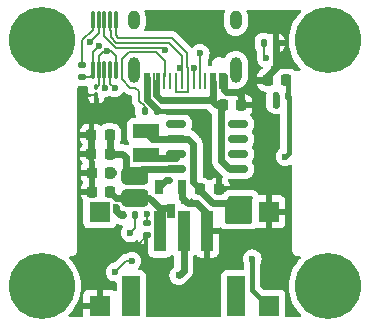
<source format=gtl>
G04 #@! TF.GenerationSoftware,KiCad,Pcbnew,7.0.1-0*
G04 #@! TF.CreationDate,2023-11-28T20:23:29+01:00*
G04 #@! TF.ProjectId,Smart_Lamps,536d6172-745f-44c6-916d-70732e6b6963,rev?*
G04 #@! TF.SameCoordinates,Original*
G04 #@! TF.FileFunction,Copper,L1,Top*
G04 #@! TF.FilePolarity,Positive*
%FSLAX46Y46*%
G04 Gerber Fmt 4.6, Leading zero omitted, Abs format (unit mm)*
G04 Created by KiCad (PCBNEW 7.0.1-0) date 2023-11-28 20:23:29*
%MOMM*%
%LPD*%
G01*
G04 APERTURE LIST*
G04 Aperture macros list*
%AMRoundRect*
0 Rectangle with rounded corners*
0 $1 Rounding radius*
0 $2 $3 $4 $5 $6 $7 $8 $9 X,Y pos of 4 corners*
0 Add a 4 corners polygon primitive as box body*
4,1,4,$2,$3,$4,$5,$6,$7,$8,$9,$2,$3,0*
0 Add four circle primitives for the rounded corners*
1,1,$1+$1,$2,$3*
1,1,$1+$1,$4,$5*
1,1,$1+$1,$6,$7*
1,1,$1+$1,$8,$9*
0 Add four rect primitives between the rounded corners*
20,1,$1+$1,$2,$3,$4,$5,0*
20,1,$1+$1,$4,$5,$6,$7,0*
20,1,$1+$1,$6,$7,$8,$9,0*
20,1,$1+$1,$8,$9,$2,$3,0*%
G04 Aperture macros list end*
G04 #@! TA.AperFunction,SMDPad,CuDef*
%ADD10O,0.280000X1.620000*%
G04 #@! TD*
G04 #@! TA.AperFunction,SMDPad,CuDef*
%ADD11RoundRect,0.150000X0.675000X0.150000X-0.675000X0.150000X-0.675000X-0.150000X0.675000X-0.150000X0*%
G04 #@! TD*
G04 #@! TA.AperFunction,SMDPad,CuDef*
%ADD12RoundRect,0.225000X-0.225000X-0.250000X0.225000X-0.250000X0.225000X0.250000X-0.225000X0.250000X0*%
G04 #@! TD*
G04 #@! TA.AperFunction,SMDPad,CuDef*
%ADD13RoundRect,0.135000X-0.135000X-0.185000X0.135000X-0.185000X0.135000X0.185000X-0.135000X0.185000X0*%
G04 #@! TD*
G04 #@! TA.AperFunction,SMDPad,CuDef*
%ADD14R,0.700000X1.250000*%
G04 #@! TD*
G04 #@! TA.AperFunction,SMDPad,CuDef*
%ADD15R,1.800000X1.800000*%
G04 #@! TD*
G04 #@! TA.AperFunction,SMDPad,CuDef*
%ADD16RoundRect,0.225000X0.225000X0.250000X-0.225000X0.250000X-0.225000X-0.250000X0.225000X-0.250000X0*%
G04 #@! TD*
G04 #@! TA.AperFunction,SMDPad,CuDef*
%ADD17RoundRect,0.135000X0.185000X-0.135000X0.185000X0.135000X-0.185000X0.135000X-0.185000X-0.135000X0*%
G04 #@! TD*
G04 #@! TA.AperFunction,SMDPad,CuDef*
%ADD18RoundRect,0.100000X0.100000X-0.130000X0.100000X0.130000X-0.100000X0.130000X-0.100000X-0.130000X0*%
G04 #@! TD*
G04 #@! TA.AperFunction,SMDPad,CuDef*
%ADD19RoundRect,0.135000X0.135000X0.185000X-0.135000X0.185000X-0.135000X-0.185000X0.135000X-0.185000X0*%
G04 #@! TD*
G04 #@! TA.AperFunction,SMDPad,CuDef*
%ADD20RoundRect,0.135000X-0.185000X0.135000X-0.185000X-0.135000X0.185000X-0.135000X0.185000X0.135000X0*%
G04 #@! TD*
G04 #@! TA.AperFunction,SMDPad,CuDef*
%ADD21R,2.200000X1.200000*%
G04 #@! TD*
G04 #@! TA.AperFunction,ComponentPad*
%ADD22C,3.600000*%
G04 #@! TD*
G04 #@! TA.AperFunction,ConnectorPad*
%ADD23C,5.600000*%
G04 #@! TD*
G04 #@! TA.AperFunction,SMDPad,CuDef*
%ADD24RoundRect,0.381000X-0.762000X-0.381000X0.762000X-0.381000X0.762000X0.381000X-0.762000X0.381000X0*%
G04 #@! TD*
G04 #@! TA.AperFunction,SMDPad,CuDef*
%ADD25R,0.250000X1.450000*%
G04 #@! TD*
G04 #@! TA.AperFunction,SMDPad,CuDef*
%ADD26R,0.300000X1.450000*%
G04 #@! TD*
G04 #@! TA.AperFunction,ComponentPad*
%ADD27RoundRect,0.500000X0.000000X0.600000X0.000000X0.600000X0.000000X-0.600000X0.000000X-0.600000X0*%
G04 #@! TD*
G04 #@! TA.AperFunction,ComponentPad*
%ADD28RoundRect,0.500000X0.000000X0.300000X0.000000X0.300000X0.000000X-0.300000X0.000000X-0.300000X0*%
G04 #@! TD*
G04 #@! TA.AperFunction,SMDPad,CuDef*
%ADD29R,1.500000X3.400000*%
G04 #@! TD*
G04 #@! TA.AperFunction,SMDPad,CuDef*
%ADD30R,1.000000X3.500000*%
G04 #@! TD*
G04 #@! TA.AperFunction,ViaPad*
%ADD31C,0.600000*%
G04 #@! TD*
G04 #@! TA.AperFunction,Conductor*
%ADD32C,0.600000*%
G04 #@! TD*
G04 #@! TA.AperFunction,Conductor*
%ADD33C,0.200000*%
G04 #@! TD*
G04 #@! TA.AperFunction,Conductor*
%ADD34C,0.400000*%
G04 #@! TD*
G04 #@! TA.AperFunction,Conductor*
%ADD35C,0.152400*%
G04 #@! TD*
G04 #@! TA.AperFunction,Conductor*
%ADD36C,0.127000*%
G04 #@! TD*
G04 APERTURE END LIST*
D10*
X132400000Y-102390000D03*
X131900000Y-102390000D03*
X131400000Y-102390000D03*
X130900000Y-102390000D03*
X130400000Y-102390000D03*
X130400000Y-106610000D03*
X130900000Y-106610000D03*
X131400000Y-106610000D03*
X131900000Y-106610000D03*
X132400000Y-106610000D03*
D11*
X142725000Y-115005000D03*
X142725000Y-113735000D03*
X142725000Y-112465000D03*
X142725000Y-111195000D03*
X137475000Y-111195000D03*
X137475000Y-112465000D03*
X137475000Y-113735000D03*
X137475000Y-115005000D03*
D12*
X130300000Y-113700000D03*
X131850000Y-113700000D03*
D13*
X145900000Y-108800000D03*
X146920000Y-108800000D03*
D14*
X137950000Y-116500000D03*
X136050000Y-116500000D03*
X137000000Y-118500000D03*
D15*
X145300000Y-126600000D03*
X145300000Y-118600000D03*
D16*
X141075000Y-116700000D03*
X139525000Y-116700000D03*
D17*
X129500000Y-107210000D03*
X129500000Y-106190000D03*
D18*
X130700000Y-108720000D03*
X130700000Y-108080000D03*
D19*
X145900000Y-104300000D03*
X144880000Y-104300000D03*
D20*
X135000000Y-119590000D03*
X135000000Y-120610000D03*
D21*
X134900000Y-113830000D03*
X134900000Y-111770000D03*
D22*
X150300000Y-124900000D03*
D23*
X150300000Y-124900000D03*
D22*
X126100000Y-124900000D03*
D23*
X126100000Y-124900000D03*
D22*
X126100000Y-104100000D03*
D23*
X126100000Y-104100000D03*
D19*
X134010000Y-118900000D03*
X132990000Y-118900000D03*
D24*
X134000000Y-115600000D03*
X134000000Y-117400000D03*
D16*
X142975000Y-109600000D03*
X141425000Y-109600000D03*
D15*
X131000000Y-118600000D03*
X131000000Y-126600000D03*
D12*
X130300000Y-112100000D03*
X131850000Y-112100000D03*
X145250000Y-107450000D03*
X146800000Y-107450000D03*
D19*
X135810000Y-110100000D03*
X134790000Y-110100000D03*
D25*
X141575000Y-107500000D03*
X140775000Y-107500000D03*
X139450000Y-107500000D03*
X138450000Y-107500000D03*
X137950000Y-107500000D03*
X136950000Y-107500000D03*
X135625000Y-107500000D03*
X134825000Y-107500000D03*
D26*
X135100000Y-107500000D03*
X135900000Y-107500000D03*
D25*
X136450000Y-107500000D03*
X137450000Y-107500000D03*
X138950000Y-107500000D03*
X139950000Y-107500000D03*
D26*
X140500000Y-107500000D03*
X141300000Y-107500000D03*
D27*
X142520000Y-106580000D03*
D28*
X142520000Y-102400000D03*
D27*
X133880000Y-106580000D03*
D28*
X133880000Y-102400000D03*
D22*
X150300000Y-104100000D03*
D23*
X150300000Y-104100000D03*
D12*
X130325000Y-115300000D03*
X131875000Y-115300000D03*
D29*
X142530000Y-125770000D03*
X133670000Y-125770000D03*
D30*
X136100000Y-120230000D03*
X138100000Y-120230000D03*
X140100000Y-120230000D03*
D12*
X130350000Y-116900000D03*
X131900000Y-116900000D03*
D31*
X133600000Y-120400000D03*
X137700000Y-124000000D03*
X130200000Y-104200000D03*
X131000000Y-118600000D03*
X130900000Y-104600000D03*
X143900000Y-122600000D03*
X131600000Y-105000000D03*
X145900000Y-109550000D03*
X132176500Y-115305869D03*
X136900000Y-115900000D03*
X132400000Y-118200000D03*
X131450000Y-108100000D03*
X132250000Y-108100000D03*
X139000000Y-106400000D03*
X137800000Y-106400000D03*
X136500000Y-104900000D03*
X131000000Y-126600000D03*
X138800000Y-103800000D03*
X140100000Y-123300000D03*
X146700000Y-113926502D03*
X135000000Y-118800000D03*
X133713714Y-122786286D03*
X132300000Y-123700000D03*
X139500000Y-105200000D03*
X145100000Y-105600000D03*
D32*
X136800000Y-118300000D02*
X136100000Y-118300000D01*
X137000000Y-118500000D02*
X136800000Y-118300000D01*
X145900000Y-109550000D02*
X145900000Y-108800000D01*
D33*
X145100000Y-105600000D02*
X144880000Y-105380000D01*
X144880000Y-105380000D02*
X144880000Y-104300000D01*
D32*
X140600000Y-117900000D02*
X142000000Y-117900000D01*
X139525000Y-116825000D02*
X140600000Y-117900000D01*
X138500000Y-112465000D02*
X138900000Y-112865000D01*
X139525000Y-116700000D02*
X139525000Y-116825000D01*
X134900000Y-111770000D02*
X134900000Y-111965000D01*
X138900000Y-112865000D02*
X138900000Y-116075000D01*
X134900000Y-111965000D02*
X135400000Y-112465000D01*
X135400000Y-112465000D02*
X138500000Y-112465000D01*
X138900000Y-116075000D02*
X139525000Y-116700000D01*
D33*
X134010000Y-119990000D02*
X133600000Y-120400000D01*
D32*
X137700000Y-124000000D02*
X138100000Y-123600000D01*
X138100000Y-123600000D02*
X138100000Y-120360000D01*
D33*
X134010000Y-118900000D02*
X134010000Y-119990000D01*
X130900000Y-103500000D02*
X130900000Y-102390000D01*
X130200000Y-104200000D02*
X130900000Y-103500000D01*
D34*
X143900000Y-122600000D02*
X143900000Y-125200000D01*
D33*
X130200000Y-107200000D02*
X129510000Y-107200000D01*
X130400000Y-105100000D02*
X130400000Y-106610000D01*
X130900000Y-104600000D02*
X130400000Y-105100000D01*
X129510000Y-107200000D02*
X129500000Y-107210000D01*
D34*
X143900000Y-125200000D02*
X145300000Y-126600000D01*
D33*
X130400000Y-106610000D02*
X130400000Y-107000000D01*
X130400000Y-107000000D02*
X130200000Y-107200000D01*
D32*
X140600000Y-109300000D02*
X140600000Y-108800000D01*
X142725000Y-115005000D02*
X142005000Y-115005000D01*
X141425000Y-109600000D02*
X140900000Y-109600000D01*
X142005000Y-115005000D02*
X141300000Y-114300000D01*
X140900000Y-109600000D02*
X140600000Y-109300000D01*
X135800000Y-108700000D02*
X135800000Y-107700000D01*
X140600000Y-108800000D02*
X140600000Y-107600000D01*
X140300000Y-109100000D02*
X136200000Y-109100000D01*
X136200000Y-109100000D02*
X135800000Y-108700000D01*
X141300000Y-109725000D02*
X141425000Y-109600000D01*
X140600000Y-108800000D02*
X140300000Y-109100000D01*
X141300000Y-114300000D02*
X141300000Y-109725000D01*
X135100000Y-114030000D02*
X134900000Y-113830000D01*
X137475000Y-114030000D02*
X135100000Y-114030000D01*
D33*
X131350000Y-105000000D02*
X130900000Y-105450000D01*
X132400000Y-105450000D02*
X131950000Y-105000000D01*
X130900000Y-107880000D02*
X130900000Y-106610000D01*
X131600000Y-105000000D02*
X131350000Y-105000000D01*
D32*
X136900000Y-115900000D02*
X136650000Y-115900000D01*
X136650000Y-115900000D02*
X136050000Y-116500000D01*
D33*
X132400000Y-106610000D02*
X132400000Y-105450000D01*
D32*
X132990000Y-118900000D02*
X132800000Y-118900000D01*
X132800000Y-118900000D02*
X132400000Y-118500000D01*
X132400000Y-118500000D02*
X132400000Y-118200000D01*
D33*
X130700000Y-108080000D02*
X130900000Y-107880000D01*
X131950000Y-105000000D02*
X131600000Y-105000000D01*
X130900000Y-105450000D02*
X130900000Y-106610000D01*
X131400000Y-106610000D02*
X131400000Y-108050000D01*
X131400000Y-108050000D02*
X131450000Y-108100000D01*
X131900000Y-107750000D02*
X132250000Y-108100000D01*
X131900000Y-106610000D02*
X131900000Y-107750000D01*
X137500000Y-108500000D02*
X138400000Y-108500000D01*
D35*
X132400000Y-103200000D02*
X132353200Y-103246800D01*
D33*
X137450000Y-107500000D02*
X137450000Y-108450000D01*
D35*
X132400000Y-102390000D02*
X132400000Y-103200000D01*
D33*
X138400000Y-108500000D02*
X138450000Y-108450000D01*
D35*
X138403200Y-106365699D02*
X138450000Y-106412499D01*
D33*
X138450000Y-108450000D02*
X138450000Y-107500000D01*
D35*
X132353200Y-103665830D02*
X132584170Y-103896800D01*
X132584170Y-103896800D02*
X137096800Y-103896800D01*
X138403200Y-105203200D02*
X138403200Y-106365699D01*
X132353200Y-103246800D02*
X132353200Y-103665830D01*
X138450000Y-106412499D02*
X138450000Y-107500000D01*
D33*
X137450000Y-108450000D02*
X137500000Y-108500000D01*
D35*
X137096800Y-103896800D02*
X138403200Y-105203200D01*
X137950000Y-107500000D02*
X137950000Y-106412499D01*
D33*
X138950000Y-107500000D02*
X138950000Y-106450000D01*
D35*
X131946800Y-103246800D02*
X131946800Y-103834170D01*
X131946800Y-103834170D02*
X132415830Y-104303200D01*
D33*
X137950000Y-106550000D02*
X137950000Y-107500000D01*
D35*
X131900000Y-102390000D02*
X131900000Y-103200000D01*
D33*
X137800000Y-106400000D02*
X137950000Y-106550000D01*
D35*
X137950000Y-106412499D02*
X137996800Y-106365699D01*
D33*
X138950000Y-106450000D02*
X139000000Y-106400000D01*
D35*
X136881068Y-104303200D02*
X137996800Y-105418932D01*
X132415830Y-104303200D02*
X136881068Y-104303200D01*
X131900000Y-103200000D02*
X131946800Y-103246800D01*
X137996800Y-106365699D02*
X137996800Y-105418932D01*
D33*
X133000000Y-121400000D02*
X134210000Y-121400000D01*
D32*
X135810000Y-109910000D02*
X135000000Y-109100000D01*
X145900000Y-106400000D02*
X145900000Y-104300000D01*
X138500000Y-117900000D02*
X139200000Y-117900000D01*
D33*
X138800000Y-103800000D02*
X138900000Y-103900000D01*
X134210000Y-121400000D02*
X135000000Y-120610000D01*
X131000000Y-123400000D02*
X133000000Y-121400000D01*
D32*
X141700000Y-108500000D02*
X141500000Y-108300000D01*
X141500000Y-108300000D02*
X141500000Y-107100000D01*
X135810000Y-110100000D02*
X135810000Y-109910000D01*
D33*
X132383840Y-104700000D02*
X131400000Y-103716160D01*
X136300000Y-104700000D02*
X132383840Y-104700000D01*
D32*
X142975000Y-108825000D02*
X142650000Y-108500000D01*
X142975000Y-109600000D02*
X142975000Y-108825000D01*
X143950000Y-107450000D02*
X145250000Y-107450000D01*
D33*
X129980000Y-108720000D02*
X129900000Y-108800000D01*
D32*
X138000000Y-116600000D02*
X138000000Y-117400000D01*
X145250000Y-107450000D02*
X145250000Y-107050000D01*
D33*
X130700000Y-108720000D02*
X129980000Y-108720000D01*
X131000000Y-126600000D02*
X131000000Y-123400000D01*
D32*
X142650000Y-108500000D02*
X141700000Y-108500000D01*
X142975000Y-109600000D02*
X142975000Y-109275000D01*
X145250000Y-107050000D02*
X145900000Y-106400000D01*
X142975000Y-108425000D02*
X143950000Y-107450000D01*
X130300000Y-112100000D02*
X130300000Y-113700000D01*
X139200000Y-117900000D02*
X140100000Y-118800000D01*
X142975000Y-108825000D02*
X142975000Y-108425000D01*
D33*
X136500000Y-104900000D02*
X136300000Y-104700000D01*
D32*
X142975000Y-109600000D02*
X142975000Y-109675000D01*
X135000000Y-109100000D02*
X135000000Y-107300000D01*
X140100000Y-120300000D02*
X140100000Y-120360000D01*
X143100000Y-109600000D02*
X142975000Y-109600000D01*
X140100000Y-118800000D02*
X140100000Y-120230000D01*
X138000000Y-117400000D02*
X138500000Y-117900000D01*
D33*
X131400000Y-103716160D02*
X131400000Y-102390000D01*
D34*
X146920000Y-107570000D02*
X146800000Y-107450000D01*
X147000500Y-108880500D02*
X146920000Y-108800000D01*
X146700000Y-113926502D02*
X147000500Y-113626002D01*
X146920000Y-108800000D02*
X146920000Y-107570000D01*
X147000500Y-113626002D02*
X147000500Y-108880500D01*
D33*
X133213714Y-122786286D02*
X132300000Y-123700000D01*
X135000000Y-119590000D02*
X135000000Y-118800000D01*
X133713714Y-122786286D02*
X133213714Y-122786286D01*
X139527000Y-105227000D02*
X139527000Y-107423000D01*
D36*
X139500000Y-107450000D02*
X139450000Y-107500000D01*
D33*
X139500000Y-105200000D02*
X139527000Y-105227000D01*
X139527000Y-107423000D02*
X139450000Y-107500000D01*
X134000000Y-108100000D02*
X133600000Y-108100000D01*
X134790000Y-109690000D02*
X134300000Y-109200000D01*
X135800000Y-105100000D02*
X136500000Y-105800000D01*
X134300000Y-108400000D02*
X134000000Y-108100000D01*
X134300000Y-109200000D02*
X134300000Y-108400000D01*
X134790000Y-110100000D02*
X134790000Y-109690000D01*
X132900000Y-107400000D02*
X132900000Y-105700000D01*
X133600000Y-108100000D02*
X132900000Y-107400000D01*
X136500000Y-105800000D02*
X136500000Y-107100000D01*
X132900000Y-105700000D02*
X133500000Y-105100000D01*
X133500000Y-105100000D02*
X135800000Y-105100000D01*
D32*
X131900000Y-116900000D02*
X132400000Y-117400000D01*
X134000000Y-117400000D02*
X135200000Y-117400000D01*
X135200000Y-117400000D02*
X136100000Y-118300000D01*
X132400000Y-117400000D02*
X134000000Y-117400000D01*
X136100000Y-118300000D02*
X136100000Y-120230000D01*
X131850000Y-113750000D02*
X131850000Y-113250000D01*
X134600000Y-115000000D02*
X134000000Y-115600000D01*
X131850000Y-113700000D02*
X132900000Y-113700000D01*
X132900000Y-113700000D02*
X133200000Y-114000000D01*
X137470000Y-115000000D02*
X134600000Y-115000000D01*
X131850000Y-113200000D02*
X131850000Y-112100000D01*
X133200000Y-114000000D02*
X133200000Y-114800000D01*
X137475000Y-115005000D02*
X137470000Y-115000000D01*
X133200000Y-114800000D02*
X134000000Y-115600000D01*
D33*
X130400000Y-103200000D02*
X130400000Y-102390000D01*
X129500000Y-104100000D02*
X130400000Y-103200000D01*
X129500000Y-106190000D02*
X129500000Y-104100000D01*
G04 #@! TA.AperFunction,Conductor*
G36*
X141560572Y-101516464D02*
G01*
X141605763Y-101560247D01*
X141623647Y-101620574D01*
X141609618Y-101681909D01*
X141600533Y-101699301D01*
X141586090Y-101726951D01*
X141530114Y-101922582D01*
X141519500Y-102041966D01*
X141519500Y-102758033D01*
X141530114Y-102877417D01*
X141586091Y-103073050D01*
X141680301Y-103253406D01*
X141680302Y-103253407D01*
X141808891Y-103411109D01*
X141966593Y-103539698D01*
X142146951Y-103633909D01*
X142342582Y-103689886D01*
X142461963Y-103700500D01*
X142578036Y-103700499D01*
X142697418Y-103689886D01*
X142893049Y-103633909D01*
X143073407Y-103539698D01*
X143231109Y-103411109D01*
X143359698Y-103253407D01*
X143453909Y-103073049D01*
X143509886Y-102877418D01*
X143520500Y-102758037D01*
X143520499Y-102041964D01*
X143509886Y-101922582D01*
X143453909Y-101726951D01*
X143430381Y-101681909D01*
X143416353Y-101620574D01*
X143434237Y-101560247D01*
X143479428Y-101516464D01*
X143540291Y-101500500D01*
X147764201Y-101500500D01*
X147835799Y-101500500D01*
X147933706Y-101500500D01*
X147990598Y-101514322D01*
X148034808Y-101552706D01*
X148056478Y-101607095D01*
X148050779Y-101665364D01*
X148018981Y-101714523D01*
X147900332Y-101826913D01*
X147668636Y-102099686D01*
X147467786Y-102395919D01*
X147300146Y-102712118D01*
X147167674Y-103044598D01*
X147071930Y-103389440D01*
X147014027Y-103742635D01*
X146994651Y-104100000D01*
X147014027Y-104457364D01*
X147014027Y-104457369D01*
X147014028Y-104457371D01*
X147029080Y-104549182D01*
X147071930Y-104810559D01*
X147167674Y-105155401D01*
X147300146Y-105487880D01*
X147467786Y-105804080D01*
X147668636Y-106100313D01*
X147820006Y-106278519D01*
X147900332Y-106373086D01*
X147966198Y-106435477D01*
X147997995Y-106484636D01*
X148003694Y-106542905D01*
X147982024Y-106597294D01*
X147937814Y-106635678D01*
X147880922Y-106649500D01*
X147728039Y-106649500D01*
X147701844Y-106657190D01*
X147684567Y-106660948D01*
X147657542Y-106664834D01*
X147638582Y-106673493D01*
X147590022Y-106684663D01*
X147540986Y-106675815D01*
X147499392Y-106648379D01*
X147478044Y-106627031D01*
X147333699Y-106537997D01*
X147172707Y-106484650D01*
X147083494Y-106475536D01*
X147073344Y-106474500D01*
X146526655Y-106474500D01*
X146427292Y-106484650D01*
X146266300Y-106537997D01*
X146121954Y-106627031D01*
X146112325Y-106636661D01*
X146056738Y-106668753D01*
X145992551Y-106668753D01*
X145936965Y-106636659D01*
X145927732Y-106627426D01*
X145783486Y-106538453D01*
X145622606Y-106485143D01*
X145614084Y-106484273D01*
X145556920Y-106463426D01*
X145516555Y-106417896D01*
X145502708Y-106358647D01*
X145518713Y-106299943D01*
X145560713Y-106255922D01*
X145602262Y-106229816D01*
X145729816Y-106102262D01*
X145825789Y-105949522D01*
X145885368Y-105779255D01*
X145905565Y-105600000D01*
X145885368Y-105420745D01*
X145825789Y-105250478D01*
X145729816Y-105097738D01*
X145729815Y-105097736D01*
X145686320Y-105054242D01*
X145659439Y-105014013D01*
X145650000Y-104966560D01*
X145650000Y-104560408D01*
X145650382Y-104550682D01*
X145650396Y-104550498D01*
X145650435Y-104550000D01*
X146150000Y-104550000D01*
X146150000Y-105112844D01*
X146289195Y-105072404D01*
X146427290Y-104990735D01*
X146540735Y-104877290D01*
X146622406Y-104739192D01*
X146667166Y-104585127D01*
X146669931Y-104550000D01*
X146150000Y-104550000D01*
X145650435Y-104550000D01*
X145650500Y-104549181D01*
X145650499Y-104050820D01*
X145650434Y-104050000D01*
X145650382Y-104049332D01*
X145650000Y-104039607D01*
X145650000Y-103487156D01*
X145649999Y-103487155D01*
X146149999Y-103487155D01*
X146150000Y-103487156D01*
X146150000Y-104050000D01*
X146669931Y-104050000D01*
X146667166Y-104014872D01*
X146622406Y-103860807D01*
X146540735Y-103722709D01*
X146427290Y-103609264D01*
X146289195Y-103527595D01*
X146149999Y-103487155D01*
X145649999Y-103487155D01*
X145510809Y-103527593D01*
X145453611Y-103561419D01*
X145390490Y-103578686D01*
X145327370Y-103561418D01*
X145269392Y-103527130D01*
X145115206Y-103482335D01*
X145100794Y-103481201D01*
X145079181Y-103479500D01*
X145079178Y-103479500D01*
X144680820Y-103479500D01*
X144644794Y-103482335D01*
X144490607Y-103527130D01*
X144352401Y-103608865D01*
X144238865Y-103722401D01*
X144157130Y-103860607D01*
X144112335Y-104014793D01*
X144112335Y-104014796D01*
X144109565Y-104050000D01*
X144109500Y-104050822D01*
X144109500Y-104549179D01*
X144112335Y-104585205D01*
X144157130Y-104739392D01*
X144238865Y-104877598D01*
X144243181Y-104881914D01*
X144270061Y-104922142D01*
X144279500Y-104969595D01*
X144279500Y-105332513D01*
X144278439Y-105348699D01*
X144274317Y-105380000D01*
X144288521Y-105487880D01*
X144288521Y-105487882D01*
X144296537Y-105548775D01*
X144296819Y-105578838D01*
X144294435Y-105600000D01*
X144314631Y-105779250D01*
X144314631Y-105779251D01*
X144314632Y-105779255D01*
X144374211Y-105949522D01*
X144430978Y-106039867D01*
X144470185Y-106102264D01*
X144597737Y-106229816D01*
X144669643Y-106274997D01*
X144737605Y-106317700D01*
X144783575Y-106369354D01*
X144794735Y-106437595D01*
X144767616Y-106501202D01*
X144727564Y-106528758D01*
X144728851Y-106530844D01*
X144572267Y-106627426D01*
X144452426Y-106747267D01*
X144363453Y-106891513D01*
X144310143Y-107052393D01*
X144300000Y-107151685D01*
X144300000Y-107200000D01*
X145376000Y-107200000D01*
X145438000Y-107216613D01*
X145483387Y-107262000D01*
X145500000Y-107324000D01*
X145500000Y-107576000D01*
X145483387Y-107638000D01*
X145438000Y-107683387D01*
X145376000Y-107700000D01*
X144300001Y-107700000D01*
X144300001Y-107748315D01*
X144310143Y-107847605D01*
X144363453Y-108008486D01*
X144452426Y-108152732D01*
X144572267Y-108272573D01*
X144716513Y-108361546D01*
X144877393Y-108414856D01*
X144976686Y-108425000D01*
X145005500Y-108425000D01*
X145067500Y-108441613D01*
X145112887Y-108487000D01*
X145129500Y-108549000D01*
X145129500Y-108557185D01*
X145122542Y-108598138D01*
X145114631Y-108620745D01*
X145099500Y-108755043D01*
X145099500Y-109498085D01*
X145098720Y-109511970D01*
X145094434Y-109549999D01*
X145098474Y-109585847D01*
X145099500Y-109594954D01*
X145114632Y-109729255D01*
X145174211Y-109899522D01*
X145221009Y-109974000D01*
X145270185Y-110052264D01*
X145397735Y-110179814D01*
X145397737Y-110179815D01*
X145397738Y-110179816D01*
X145550478Y-110275789D01*
X145720745Y-110335368D01*
X145843322Y-110349179D01*
X145899999Y-110355565D01*
X145899999Y-110355564D01*
X145900000Y-110355565D01*
X146079255Y-110335368D01*
X146135045Y-110315846D01*
X146193335Y-110310106D01*
X146247756Y-110331759D01*
X146286167Y-110375974D01*
X146300000Y-110432888D01*
X146300000Y-113163898D01*
X146284528Y-113223879D01*
X146241973Y-113268891D01*
X146197739Y-113296684D01*
X146070183Y-113424240D01*
X145974212Y-113576978D01*
X145914631Y-113747250D01*
X145894434Y-113926501D01*
X145914631Y-114105753D01*
X145914631Y-114105755D01*
X145914632Y-114105757D01*
X145974211Y-114276024D01*
X145974212Y-114276025D01*
X146070185Y-114428766D01*
X146197735Y-114556316D01*
X146197737Y-114556317D01*
X146197738Y-114556318D01*
X146350478Y-114652291D01*
X146520745Y-114711870D01*
X146700000Y-114732067D01*
X146879255Y-114711870D01*
X147049522Y-114652291D01*
X147082156Y-114631785D01*
X147109529Y-114614587D01*
X147172023Y-114595630D01*
X147235481Y-114611053D01*
X147282303Y-114656580D01*
X147299500Y-114719581D01*
X147299500Y-121921961D01*
X147307190Y-121948153D01*
X147310947Y-121965426D01*
X147314834Y-121992456D01*
X147314835Y-121992457D01*
X147326173Y-122017283D01*
X147332354Y-122033857D01*
X147340045Y-122060049D01*
X147340046Y-122060051D01*
X147340047Y-122060053D01*
X147354810Y-122083025D01*
X147363283Y-122098543D01*
X147374622Y-122123372D01*
X147392495Y-122143998D01*
X147403097Y-122158162D01*
X147417855Y-122181127D01*
X147438487Y-122199005D01*
X147450992Y-122211510D01*
X147468872Y-122232143D01*
X147491836Y-122246901D01*
X147506002Y-122257505D01*
X147526625Y-122275376D01*
X147526626Y-122275376D01*
X147526627Y-122275377D01*
X147551455Y-122286715D01*
X147566977Y-122295192D01*
X147589944Y-122309952D01*
X147589946Y-122309952D01*
X147589947Y-122309953D01*
X147616135Y-122317642D01*
X147632713Y-122323826D01*
X147646612Y-122330173D01*
X147657543Y-122335165D01*
X147684570Y-122339051D01*
X147701849Y-122342810D01*
X147728039Y-122350500D01*
X147764201Y-122350500D01*
X147871961Y-122350500D01*
X147880922Y-122350500D01*
X147937814Y-122364322D01*
X147982024Y-122402706D01*
X148003694Y-122457095D01*
X147997995Y-122515364D01*
X147966198Y-122564522D01*
X147921319Y-122607034D01*
X147900328Y-122626918D01*
X147668636Y-122899686D01*
X147467786Y-123195919D01*
X147300146Y-123512118D01*
X147167674Y-123844598D01*
X147071930Y-124189440D01*
X147014027Y-124542635D01*
X146994651Y-124899999D01*
X147014027Y-125257364D01*
X147014027Y-125257369D01*
X147014028Y-125257371D01*
X147027591Y-125340100D01*
X147071930Y-125610559D01*
X147167674Y-125955401D01*
X147300146Y-126287881D01*
X147467786Y-126604080D01*
X147668636Y-126900313D01*
X147900332Y-127173086D01*
X148018981Y-127285477D01*
X148050779Y-127334636D01*
X148056478Y-127392905D01*
X148034808Y-127447294D01*
X147990598Y-127485678D01*
X147933706Y-127499500D01*
X147835799Y-127499500D01*
X146824500Y-127499500D01*
X146762500Y-127482887D01*
X146717113Y-127437500D01*
X146700500Y-127375500D01*
X146700499Y-125652130D01*
X146700499Y-125652128D01*
X146694091Y-125592517D01*
X146643796Y-125457669D01*
X146557546Y-125342454D01*
X146442331Y-125256204D01*
X146307483Y-125205909D01*
X146247873Y-125199500D01*
X146247869Y-125199500D01*
X144941519Y-125199500D01*
X144894066Y-125190061D01*
X144853838Y-125163181D01*
X144636819Y-124946162D01*
X144609939Y-124905934D01*
X144600500Y-124858481D01*
X144600500Y-123025493D01*
X144619506Y-122959521D01*
X144625789Y-122949522D01*
X144685368Y-122779255D01*
X144705565Y-122600000D01*
X144685368Y-122420745D01*
X144625789Y-122250478D01*
X144529816Y-122097738D01*
X144529815Y-122097737D01*
X144529814Y-122097735D01*
X144402264Y-121970185D01*
X144269514Y-121886773D01*
X144249522Y-121874211D01*
X144079255Y-121814632D01*
X144079253Y-121814631D01*
X144079251Y-121814631D01*
X143900000Y-121794434D01*
X143720748Y-121814631D01*
X143720745Y-121814631D01*
X143720745Y-121814632D01*
X143550478Y-121874211D01*
X143550476Y-121874211D01*
X143550476Y-121874212D01*
X143397735Y-121970185D01*
X143270185Y-122097735D01*
X143174212Y-122250476D01*
X143174211Y-122250478D01*
X143128613Y-122380789D01*
X143114631Y-122420748D01*
X143094434Y-122600000D01*
X143114631Y-122779251D01*
X143114631Y-122779253D01*
X143114632Y-122779255D01*
X143174211Y-122949522D01*
X143174212Y-122949523D01*
X143180494Y-122959521D01*
X143199500Y-123025493D01*
X143199500Y-123445500D01*
X143182887Y-123507500D01*
X143137500Y-123552887D01*
X143075500Y-123569500D01*
X141732130Y-123569500D01*
X141672515Y-123575909D01*
X141537669Y-123626204D01*
X141422454Y-123712454D01*
X141336204Y-123827668D01*
X141285909Y-123962515D01*
X141285909Y-123962517D01*
X141283188Y-123987830D01*
X141279500Y-124022130D01*
X141279501Y-127375500D01*
X141262888Y-127437500D01*
X141217501Y-127482887D01*
X141155501Y-127499500D01*
X138235799Y-127499500D01*
X135044500Y-127499500D01*
X134982500Y-127482887D01*
X134937113Y-127437500D01*
X134920500Y-127375500D01*
X134920499Y-124022130D01*
X134918120Y-123999999D01*
X134914091Y-123962517D01*
X134863796Y-123827669D01*
X134777546Y-123712454D01*
X134662331Y-123626204D01*
X134527483Y-123575909D01*
X134467873Y-123569500D01*
X134467869Y-123569500D01*
X134361941Y-123569500D01*
X134305646Y-123555985D01*
X134261623Y-123518385D01*
X134239468Y-123464898D01*
X134244010Y-123407182D01*
X134274260Y-123357819D01*
X134343528Y-123288550D01*
X134343530Y-123288548D01*
X134439503Y-123135808D01*
X134499082Y-122965541D01*
X134519279Y-122786286D01*
X134499082Y-122607031D01*
X134439503Y-122436764D01*
X134343530Y-122284024D01*
X134343529Y-122284023D01*
X134343528Y-122284021D01*
X134215978Y-122156471D01*
X134153581Y-122117265D01*
X134063236Y-122060497D01*
X133892969Y-122000918D01*
X133892967Y-122000917D01*
X133892965Y-122000917D01*
X133713714Y-121980720D01*
X133534462Y-122000917D01*
X133534459Y-122000917D01*
X133534459Y-122000918D01*
X133364192Y-122060497D01*
X133364190Y-122060497D01*
X133364190Y-122060498D01*
X133206233Y-122159749D01*
X133180239Y-122178375D01*
X133141584Y-122190100D01*
X133056951Y-122201242D01*
X132910875Y-122261748D01*
X132893115Y-122275376D01*
X132785432Y-122358004D01*
X132785430Y-122358005D01*
X132785429Y-122358007D01*
X132766204Y-122383060D01*
X132755512Y-122395251D01*
X132281465Y-122869298D01*
X132247586Y-122893337D01*
X132207669Y-122904837D01*
X132120748Y-122914631D01*
X132120745Y-122914631D01*
X132120745Y-122914632D01*
X131950478Y-122974211D01*
X131950476Y-122974211D01*
X131950476Y-122974212D01*
X131797735Y-123070185D01*
X131670185Y-123197735D01*
X131602949Y-123304741D01*
X131574211Y-123350478D01*
X131521316Y-123501643D01*
X131514631Y-123520748D01*
X131494434Y-123700000D01*
X131514631Y-123879251D01*
X131514631Y-123879253D01*
X131514632Y-123879255D01*
X131574211Y-124049522D01*
X131607350Y-124102262D01*
X131670185Y-124202264D01*
X131797735Y-124329814D01*
X131797737Y-124329815D01*
X131797738Y-124329816D01*
X131950478Y-124425789D01*
X132120745Y-124485368D01*
X132300000Y-124505565D01*
X132300000Y-124505564D01*
X132309383Y-124506622D01*
X132365351Y-124527388D01*
X132405130Y-124571901D01*
X132419500Y-124629842D01*
X132419500Y-125216594D01*
X132400995Y-125281761D01*
X132351005Y-125327478D01*
X132284448Y-125340100D01*
X132221190Y-125315861D01*
X132142091Y-125256648D01*
X132007375Y-125206402D01*
X131947824Y-125200000D01*
X131250000Y-125200000D01*
X131250000Y-126726000D01*
X131233387Y-126788000D01*
X131188000Y-126833387D01*
X131126000Y-126850000D01*
X129600000Y-126850000D01*
X129600000Y-127375500D01*
X129583387Y-127437500D01*
X129538000Y-127482887D01*
X129476000Y-127499500D01*
X128635799Y-127499500D01*
X128466294Y-127499500D01*
X128409402Y-127485678D01*
X128365192Y-127447294D01*
X128343522Y-127392905D01*
X128349221Y-127334636D01*
X128381019Y-127285477D01*
X128431265Y-127237880D01*
X128499668Y-127173086D01*
X128731365Y-126900311D01*
X128932211Y-126604085D01*
X129066919Y-126350000D01*
X129600000Y-126350000D01*
X130750000Y-126350000D01*
X130750000Y-125200000D01*
X130052176Y-125200000D01*
X129992624Y-125206402D01*
X129857910Y-125256647D01*
X129742811Y-125342811D01*
X129656647Y-125457910D01*
X129606402Y-125592624D01*
X129600000Y-125652176D01*
X129600000Y-126350000D01*
X129066919Y-126350000D01*
X129073901Y-126336831D01*
X129099853Y-126287881D01*
X129232325Y-125955401D01*
X129328069Y-125610559D01*
X129328068Y-125610559D01*
X129328071Y-125610552D01*
X129385972Y-125257371D01*
X129405348Y-124900000D01*
X129385972Y-124542629D01*
X129328071Y-124189448D01*
X129325240Y-124179252D01*
X129232325Y-123844598D01*
X129099853Y-123512118D01*
X128932213Y-123195919D01*
X128932211Y-123195915D01*
X128731365Y-122899689D01*
X128731363Y-122899686D01*
X128499671Y-122626918D01*
X128499668Y-122626914D01*
X128433801Y-122564522D01*
X128402005Y-122515364D01*
X128396306Y-122457095D01*
X128417976Y-122402706D01*
X128462186Y-122364322D01*
X128519078Y-122350500D01*
X128671960Y-122350500D01*
X128671961Y-122350500D01*
X128698156Y-122342808D01*
X128715426Y-122339051D01*
X128742457Y-122335165D01*
X128767287Y-122323824D01*
X128783865Y-122317642D01*
X128810051Y-122309954D01*
X128810053Y-122309953D01*
X128833020Y-122295192D01*
X128848546Y-122286715D01*
X128873369Y-122275379D01*
X128873369Y-122275378D01*
X128873373Y-122275377D01*
X128894012Y-122257491D01*
X128908155Y-122246905D01*
X128931128Y-122232143D01*
X128949008Y-122211507D01*
X128961507Y-122199008D01*
X128982143Y-122181128D01*
X128996905Y-122158155D01*
X129007491Y-122144012D01*
X129025377Y-122123373D01*
X129036714Y-122098546D01*
X129045194Y-122083018D01*
X129059953Y-122060053D01*
X129059955Y-122060049D01*
X129067642Y-122033865D01*
X129073824Y-122017287D01*
X129085165Y-121992457D01*
X129089051Y-121965426D01*
X129092809Y-121948153D01*
X129100500Y-121921961D01*
X129100500Y-121778039D01*
X129100500Y-115550000D01*
X129375001Y-115550000D01*
X129375001Y-115598315D01*
X129385143Y-115697605D01*
X129438453Y-115858486D01*
X129527423Y-116002728D01*
X129549512Y-116024816D01*
X129581606Y-116080401D01*
X129581608Y-116144587D01*
X129558768Y-116184150D01*
X129560035Y-116184932D01*
X129463453Y-116341513D01*
X129410143Y-116502393D01*
X129400000Y-116601685D01*
X129400000Y-116650000D01*
X130100000Y-116650000D01*
X130100000Y-116309379D01*
X130084439Y-116286091D01*
X130075000Y-116238638D01*
X130075000Y-115550000D01*
X129375001Y-115550000D01*
X129100500Y-115550000D01*
X129100500Y-113950000D01*
X129350001Y-113950000D01*
X129350001Y-113998315D01*
X129360143Y-114097605D01*
X129413453Y-114258486D01*
X129502423Y-114402728D01*
X129524512Y-114424816D01*
X129556606Y-114480401D01*
X129556608Y-114544587D01*
X129533768Y-114584150D01*
X129535035Y-114584932D01*
X129438453Y-114741513D01*
X129385143Y-114902393D01*
X129375000Y-115001685D01*
X129375000Y-115050000D01*
X130075000Y-115050000D01*
X130075000Y-114709379D01*
X130059439Y-114686091D01*
X130050000Y-114638638D01*
X130050000Y-113950000D01*
X129350001Y-113950000D01*
X129100500Y-113950000D01*
X129100500Y-113450000D01*
X129350000Y-113450000D01*
X130050000Y-113450000D01*
X130050000Y-112350000D01*
X129350001Y-112350000D01*
X129350001Y-112398315D01*
X129360143Y-112497605D01*
X129413453Y-112658486D01*
X129502426Y-112802732D01*
X129512013Y-112812319D01*
X129544107Y-112867906D01*
X129544107Y-112932094D01*
X129512013Y-112987681D01*
X129502426Y-112997267D01*
X129413453Y-113141513D01*
X129360143Y-113302393D01*
X129350000Y-113401685D01*
X129350000Y-113450000D01*
X129100500Y-113450000D01*
X129100500Y-111850000D01*
X129350000Y-111850000D01*
X130050000Y-111850000D01*
X130050000Y-111125001D01*
X130026685Y-111125001D01*
X129927394Y-111135143D01*
X129766513Y-111188453D01*
X129622267Y-111277426D01*
X129502426Y-111397267D01*
X129413453Y-111541513D01*
X129360143Y-111702393D01*
X129350000Y-111801685D01*
X129350000Y-111850000D01*
X129100500Y-111850000D01*
X129100500Y-108102812D01*
X129118773Y-108038022D01*
X129168205Y-107992327D01*
X129234227Y-107979194D01*
X129250819Y-107980500D01*
X129749180Y-107980499D01*
X129785204Y-107977665D01*
X129840906Y-107961481D01*
X129897777Y-107958576D01*
X129949952Y-107981397D01*
X129986423Y-108025132D01*
X129999500Y-108080557D01*
X129999500Y-108249362D01*
X130017086Y-108382947D01*
X130015308Y-108383181D01*
X130018778Y-108400600D01*
X130015542Y-108416917D01*
X130017574Y-108417185D01*
X130004038Y-108519999D01*
X130004039Y-108520000D01*
X130019807Y-108520000D01*
X130074651Y-108532788D01*
X130118183Y-108568514D01*
X130171717Y-108638282D01*
X130249054Y-108697624D01*
X130286848Y-108745564D01*
X130297186Y-108805729D01*
X130277563Y-108863535D01*
X130232736Y-108904973D01*
X130173568Y-108920000D01*
X130004041Y-108920000D01*
X130004039Y-108920001D01*
X130015443Y-109006630D01*
X130075899Y-109152586D01*
X130172075Y-109277924D01*
X130297413Y-109374100D01*
X130443367Y-109434555D01*
X130500000Y-109442012D01*
X130500000Y-108934500D01*
X130516613Y-108872500D01*
X130562000Y-108827113D01*
X130623999Y-108810500D01*
X130699998Y-108810499D01*
X130775999Y-108810499D01*
X130838000Y-108827112D01*
X130883387Y-108872499D01*
X130900000Y-108934499D01*
X130900000Y-109442010D01*
X130900001Y-109442011D01*
X130956631Y-109434556D01*
X131102586Y-109374100D01*
X131227924Y-109277924D01*
X131324100Y-109152586D01*
X131386797Y-109001220D01*
X131403189Y-108956615D01*
X131442036Y-108918485D01*
X131493471Y-108900667D01*
X131629255Y-108885368D01*
X131799522Y-108825789D01*
X131799524Y-108825787D01*
X131809045Y-108822456D01*
X131850000Y-108815498D01*
X131890955Y-108822456D01*
X131900475Y-108825787D01*
X131900478Y-108825789D01*
X132070745Y-108885368D01*
X132250000Y-108905565D01*
X132429255Y-108885368D01*
X132599522Y-108825789D01*
X132752262Y-108729816D01*
X132879816Y-108602262D01*
X132941103Y-108504723D01*
X132980124Y-108465702D01*
X133032213Y-108447475D01*
X133087051Y-108453653D01*
X133133778Y-108483014D01*
X133141802Y-108491038D01*
X133152497Y-108503233D01*
X133159869Y-108512841D01*
X133171718Y-108528282D01*
X133203212Y-108552448D01*
X133203214Y-108552450D01*
X133297159Y-108624536D01*
X133443238Y-108685044D01*
X133591686Y-108704587D01*
X133646623Y-108725951D01*
X133685489Y-108770269D01*
X133699500Y-108827526D01*
X133699500Y-109152513D01*
X133698439Y-109168699D01*
X133694317Y-109200000D01*
X133699500Y-109239360D01*
X133699500Y-109239361D01*
X133714956Y-109356762D01*
X133775463Y-109502840D01*
X133871716Y-109628281D01*
X133896768Y-109647503D01*
X133908964Y-109658199D01*
X133985066Y-109734301D01*
X134013720Y-109779061D01*
X134021003Y-109831705D01*
X134019500Y-109850813D01*
X134019500Y-110349179D01*
X134020003Y-110355565D01*
X134022335Y-110385204D01*
X134039201Y-110443256D01*
X134058855Y-110510906D01*
X134061760Y-110567778D01*
X134038939Y-110619952D01*
X133995204Y-110656423D01*
X133939779Y-110669500D01*
X133752130Y-110669500D01*
X133692515Y-110675909D01*
X133557669Y-110726204D01*
X133442454Y-110812454D01*
X133356204Y-110927668D01*
X133305909Y-111062516D01*
X133299500Y-111122130D01*
X133299500Y-112417869D01*
X133301494Y-112436413D01*
X133305909Y-112477483D01*
X133356204Y-112612331D01*
X133439630Y-112723773D01*
X133441064Y-112725689D01*
X133462963Y-112773642D01*
X133462963Y-112826360D01*
X133441063Y-112874312D01*
X133396496Y-112933844D01*
X133357394Y-112967958D01*
X133307757Y-112983084D01*
X133256276Y-112976574D01*
X133236817Y-112969765D01*
X133213391Y-112961567D01*
X133200553Y-112956250D01*
X133166058Y-112939638D01*
X133128736Y-112931119D01*
X133115380Y-112927272D01*
X133079252Y-112914631D01*
X133041219Y-112910345D01*
X133027518Y-112908017D01*
X132990196Y-112899500D01*
X132990194Y-112899500D01*
X132944954Y-112899500D01*
X132810648Y-112899500D01*
X132747868Y-112882433D01*
X132702370Y-112835931D01*
X132686678Y-112772794D01*
X132705109Y-112710404D01*
X132737003Y-112658697D01*
X132790349Y-112497708D01*
X132800500Y-112398345D01*
X132800499Y-111801656D01*
X132790349Y-111702292D01*
X132737003Y-111541303D01*
X132737002Y-111541302D01*
X132737002Y-111541300D01*
X132647968Y-111396955D01*
X132528044Y-111277031D01*
X132383699Y-111187997D01*
X132222707Y-111134650D01*
X132128239Y-111125000D01*
X132123344Y-111124500D01*
X131576655Y-111124500D01*
X131477292Y-111134650D01*
X131316300Y-111187997D01*
X131171954Y-111277031D01*
X131162325Y-111286661D01*
X131106738Y-111318753D01*
X131042551Y-111318753D01*
X130986965Y-111286659D01*
X130977732Y-111277426D01*
X130833486Y-111188453D01*
X130672606Y-111135143D01*
X130573315Y-111125000D01*
X130550000Y-111125000D01*
X130550000Y-114290621D01*
X130565561Y-114313909D01*
X130575000Y-114361362D01*
X130575000Y-115890621D01*
X130590561Y-115913909D01*
X130600000Y-115961362D01*
X130600000Y-117026000D01*
X130583387Y-117088000D01*
X130538000Y-117133387D01*
X130476000Y-117150000D01*
X129400001Y-117150000D01*
X129400001Y-117198315D01*
X129410143Y-117297605D01*
X129463453Y-117458486D01*
X129552425Y-117602730D01*
X129563179Y-117613484D01*
X129590060Y-117653713D01*
X129599500Y-117701167D01*
X129599500Y-119547869D01*
X129605909Y-119607484D01*
X129628791Y-119668834D01*
X129656204Y-119742331D01*
X129742454Y-119857546D01*
X129857669Y-119943796D01*
X129992517Y-119994091D01*
X130052127Y-120000500D01*
X131947872Y-120000499D01*
X132007483Y-119994091D01*
X132142331Y-119943796D01*
X132257546Y-119857546D01*
X132343796Y-119742331D01*
X132351161Y-119722582D01*
X132391354Y-119667928D01*
X132454296Y-119642605D01*
X132521143Y-119654196D01*
X132533938Y-119660358D01*
X132533939Y-119660359D01*
X132571249Y-119668875D01*
X132584609Y-119672724D01*
X132604466Y-119679672D01*
X132620745Y-119685368D01*
X132626234Y-119685986D01*
X132647594Y-119688393D01*
X132668305Y-119692536D01*
X132754796Y-119717665D01*
X132790819Y-119720500D01*
X132857189Y-119720499D01*
X132920188Y-119737695D01*
X132965715Y-119784517D01*
X132981139Y-119847976D01*
X132962182Y-119910470D01*
X132874213Y-120050473D01*
X132874211Y-120050477D01*
X132874211Y-120050478D01*
X132860985Y-120088275D01*
X132814631Y-120220748D01*
X132794434Y-120400000D01*
X132814631Y-120579251D01*
X132814631Y-120579253D01*
X132814632Y-120579255D01*
X132874211Y-120749522D01*
X132874212Y-120749523D01*
X132970185Y-120902264D01*
X133097735Y-121029814D01*
X133097737Y-121029815D01*
X133097738Y-121029816D01*
X133250478Y-121125789D01*
X133420745Y-121185368D01*
X133600000Y-121205565D01*
X133779255Y-121185368D01*
X133949522Y-121125789D01*
X134098984Y-121031875D01*
X134161430Y-121012920D01*
X134224854Y-121028297D01*
X134271686Y-121073749D01*
X134309264Y-121137290D01*
X134422709Y-121250735D01*
X134560807Y-121332406D01*
X134714872Y-121377166D01*
X134750000Y-121379930D01*
X134750000Y-120484500D01*
X134766613Y-120422500D01*
X134811999Y-120377113D01*
X134873999Y-120360500D01*
X134924580Y-120360499D01*
X134975500Y-120360499D01*
X135037499Y-120377111D01*
X135082887Y-120422499D01*
X135099500Y-120484499D01*
X135099500Y-122027869D01*
X135105909Y-122087484D01*
X135119295Y-122123372D01*
X135156204Y-122222331D01*
X135242454Y-122337546D01*
X135357669Y-122423796D01*
X135492517Y-122474091D01*
X135552127Y-122480500D01*
X136647872Y-122480499D01*
X136707483Y-122474091D01*
X136842331Y-122423796D01*
X136957546Y-122337546D01*
X137000734Y-122279853D01*
X137044496Y-122243282D01*
X137100000Y-122230166D01*
X137155504Y-122243282D01*
X137199265Y-122279853D01*
X137242454Y-122337546D01*
X137249811Y-122343053D01*
X137286384Y-122386815D01*
X137299500Y-122442320D01*
X137299500Y-123217060D01*
X137290061Y-123264513D01*
X137263181Y-123304740D01*
X137197738Y-123370184D01*
X137160740Y-123407182D01*
X137070184Y-123497737D01*
X137049817Y-123530151D01*
X137041772Y-123541489D01*
X137017908Y-123571413D01*
X137001300Y-123605899D01*
X136994576Y-123618064D01*
X136974211Y-123650475D01*
X136961565Y-123686613D01*
X136956246Y-123699453D01*
X136939639Y-123733938D01*
X136931118Y-123771268D01*
X136927270Y-123784623D01*
X136914631Y-123820743D01*
X136910345Y-123858780D01*
X136908017Y-123872480D01*
X136899500Y-123909803D01*
X136899500Y-123948085D01*
X136898720Y-123961967D01*
X136898658Y-123962516D01*
X136894434Y-123999999D01*
X136898720Y-124038030D01*
X136899500Y-124051915D01*
X136899500Y-124090196D01*
X136908017Y-124127518D01*
X136910345Y-124141219D01*
X136914631Y-124179252D01*
X136927272Y-124215380D01*
X136931119Y-124228736D01*
X136939638Y-124266058D01*
X136956250Y-124300553D01*
X136961570Y-124313398D01*
X136974209Y-124349520D01*
X136984770Y-124366327D01*
X136994576Y-124381933D01*
X137001298Y-124394095D01*
X137017908Y-124428587D01*
X137041768Y-124458505D01*
X137049816Y-124469847D01*
X137070184Y-124502263D01*
X137097250Y-124529328D01*
X137106517Y-124539697D01*
X137130380Y-124569620D01*
X137160302Y-124593483D01*
X137170669Y-124602748D01*
X137197735Y-124629814D01*
X137197737Y-124629815D01*
X137197738Y-124629816D01*
X137197779Y-124629842D01*
X137230145Y-124650178D01*
X137241489Y-124658227D01*
X137271413Y-124682091D01*
X137305895Y-124698697D01*
X137318066Y-124705423D01*
X137350480Y-124725790D01*
X137386608Y-124738432D01*
X137399450Y-124743750D01*
X137433935Y-124760358D01*
X137433939Y-124760360D01*
X137471250Y-124768876D01*
X137484611Y-124772725D01*
X137520745Y-124785368D01*
X137558776Y-124789653D01*
X137572481Y-124791981D01*
X137609806Y-124800500D01*
X137648085Y-124800500D01*
X137661967Y-124801279D01*
X137700000Y-124805565D01*
X137738032Y-124801279D01*
X137751915Y-124800500D01*
X137790195Y-124800500D01*
X137801009Y-124798031D01*
X137827520Y-124791980D01*
X137841197Y-124789655D01*
X137879255Y-124785368D01*
X137915399Y-124772720D01*
X137928721Y-124768882D01*
X137966061Y-124760360D01*
X138000549Y-124743750D01*
X138013391Y-124738431D01*
X138049522Y-124725789D01*
X138081932Y-124705423D01*
X138094103Y-124698697D01*
X138128587Y-124682091D01*
X138158515Y-124658222D01*
X138169834Y-124650190D01*
X138202262Y-124629816D01*
X138329816Y-124502262D01*
X138329816Y-124502261D01*
X138697826Y-124134252D01*
X138697825Y-124134252D01*
X138729816Y-124102262D01*
X138729819Y-124102256D01*
X138734605Y-124097471D01*
X138736629Y-124091418D01*
X138750186Y-124069842D01*
X138758216Y-124058523D01*
X138782091Y-124028587D01*
X138798704Y-123994088D01*
X138805413Y-123981948D01*
X138825789Y-123949522D01*
X138838432Y-123913388D01*
X138843752Y-123900545D01*
X138854007Y-123879251D01*
X138860359Y-123866061D01*
X138868876Y-123828742D01*
X138872720Y-123815398D01*
X138885368Y-123779255D01*
X138889655Y-123741201D01*
X138891982Y-123727512D01*
X138900500Y-123690196D01*
X138900500Y-122442320D01*
X138913616Y-122386815D01*
X138950188Y-122343053D01*
X138957546Y-122337546D01*
X139001046Y-122279438D01*
X139044807Y-122242865D01*
X139100312Y-122229749D01*
X139155816Y-122242865D01*
X139199579Y-122279438D01*
X139242811Y-122337189D01*
X139357910Y-122423352D01*
X139492624Y-122473597D01*
X139552176Y-122480000D01*
X139850000Y-122480000D01*
X139850000Y-120480000D01*
X140350000Y-120480000D01*
X140350000Y-122480000D01*
X140647824Y-122480000D01*
X140707375Y-122473597D01*
X140842089Y-122423352D01*
X140957188Y-122337188D01*
X141043352Y-122222089D01*
X141093597Y-122087375D01*
X141100000Y-122027824D01*
X141100000Y-120480000D01*
X140350000Y-120480000D01*
X139850000Y-120480000D01*
X139850000Y-120104000D01*
X139866613Y-120042000D01*
X139912000Y-119996613D01*
X139974000Y-119980000D01*
X141100000Y-119980000D01*
X141134183Y-119945817D01*
X141189770Y-119913723D01*
X141253958Y-119913723D01*
X141296337Y-119938191D01*
X141298110Y-119935882D01*
X141377256Y-119996613D01*
X141409250Y-120021163D01*
X141531166Y-120071662D01*
X141593166Y-120088275D01*
X141691291Y-120101193D01*
X141723999Y-120105500D01*
X141724000Y-120105500D01*
X143775501Y-120105500D01*
X143775502Y-120105500D01*
X143801667Y-120102055D01*
X143906335Y-120088275D01*
X143968335Y-120071662D01*
X144090251Y-120021163D01*
X144126137Y-119993625D01*
X144183246Y-119969370D01*
X144244959Y-119975820D01*
X144292621Y-119993597D01*
X144352176Y-120000000D01*
X145050000Y-120000000D01*
X145050000Y-118850000D01*
X145550000Y-118850000D01*
X145550000Y-120000000D01*
X146247824Y-120000000D01*
X146307375Y-119993597D01*
X146442089Y-119943352D01*
X146557188Y-119857188D01*
X146643352Y-119742089D01*
X146693597Y-119607375D01*
X146700000Y-119547824D01*
X146700000Y-118850000D01*
X145550000Y-118850000D01*
X145050000Y-118850000D01*
X145050000Y-117200000D01*
X145550000Y-117200000D01*
X145550000Y-118350000D01*
X146700000Y-118350000D01*
X146700000Y-117652176D01*
X146693597Y-117592624D01*
X146643352Y-117457910D01*
X146557188Y-117342811D01*
X146442089Y-117256647D01*
X146307375Y-117206402D01*
X146247824Y-117200000D01*
X145550000Y-117200000D01*
X145050000Y-117200000D01*
X144552261Y-117200000D01*
X144502264Y-117189474D01*
X144460755Y-117159682D01*
X144434782Y-117115682D01*
X144426859Y-117092227D01*
X144381313Y-117026000D01*
X144347860Y-116977356D01*
X144302143Y-116927365D01*
X144287902Y-116915571D01*
X144194772Y-116838442D01*
X144162714Y-116824317D01*
X144067194Y-116782230D01*
X144045777Y-116776148D01*
X144002022Y-116763723D01*
X143863946Y-116744500D01*
X143863943Y-116744500D01*
X142036574Y-116744500D01*
X142036571Y-116744500D01*
X141909302Y-116760783D01*
X141848865Y-116776507D01*
X141729783Y-116824317D01*
X141626578Y-116900569D01*
X141610909Y-116915571D01*
X141571361Y-116941071D01*
X141525159Y-116950000D01*
X140949000Y-116950000D01*
X140887000Y-116933387D01*
X140841613Y-116888000D01*
X140825000Y-116826000D01*
X140825000Y-115725001D01*
X140801685Y-115725001D01*
X140702394Y-115735143D01*
X140541513Y-115788453D01*
X140397266Y-115877426D01*
X140388032Y-115886661D01*
X140332445Y-115918753D01*
X140268258Y-115918753D01*
X140212672Y-115886659D01*
X140203044Y-115877031D01*
X140058699Y-115787997D01*
X139897707Y-115734650D01*
X139839030Y-115728656D01*
X139811896Y-115725884D01*
X139755360Y-115705462D01*
X139715071Y-115660848D01*
X139700500Y-115602527D01*
X139700500Y-112774804D01*
X139691982Y-112737488D01*
X139689655Y-112723800D01*
X139685368Y-112685745D01*
X139672724Y-112649610D01*
X139668875Y-112636249D01*
X139668324Y-112633837D01*
X139660359Y-112598939D01*
X139643754Y-112564458D01*
X139638433Y-112551614D01*
X139625789Y-112515478D01*
X139605418Y-112483058D01*
X139598698Y-112470899D01*
X139582091Y-112436413D01*
X139582090Y-112436412D01*
X139582090Y-112436411D01*
X139558225Y-112406486D01*
X139550177Y-112395143D01*
X139529816Y-112362738D01*
X139517078Y-112350000D01*
X139402262Y-112235184D01*
X139034252Y-111867174D01*
X139034251Y-111867173D01*
X139002262Y-111835184D01*
X138969851Y-111814818D01*
X138958510Y-111806772D01*
X138928586Y-111782908D01*
X138894095Y-111766298D01*
X138881933Y-111759576D01*
X138864968Y-111748916D01*
X138849523Y-111739211D01*
X138840782Y-111736152D01*
X138836375Y-111734610D01*
X138784811Y-111700126D01*
X138756401Y-111644980D01*
X138758257Y-111582977D01*
X138797598Y-111447569D01*
X138800500Y-111410694D01*
X138800500Y-110979306D01*
X138797598Y-110942431D01*
X138751744Y-110784602D01*
X138668081Y-110643135D01*
X138551865Y-110526919D01*
X138551864Y-110526918D01*
X138410397Y-110443255D01*
X138252572Y-110397402D01*
X138230444Y-110395660D01*
X138215694Y-110394500D01*
X136734306Y-110394500D01*
X136734305Y-110394500D01*
X136688702Y-110398088D01*
X136633782Y-110389941D01*
X136587922Y-110358643D01*
X136579932Y-110350000D01*
X135684500Y-110350000D01*
X135622500Y-110333387D01*
X135577113Y-110288000D01*
X135560500Y-110226000D01*
X135560499Y-109974000D01*
X135577112Y-109912000D01*
X135622499Y-109866613D01*
X135684499Y-109850000D01*
X135884126Y-109850000D01*
X135920098Y-109858210D01*
X135920318Y-109857250D01*
X135971249Y-109868875D01*
X135984611Y-109872724D01*
X136020745Y-109885368D01*
X136058800Y-109889655D01*
X136072481Y-109891980D01*
X136095475Y-109897229D01*
X136109804Y-109900500D01*
X136109805Y-109900500D01*
X136155046Y-109900500D01*
X136290194Y-109900500D01*
X140017060Y-109900500D01*
X140064513Y-109909939D01*
X140104741Y-109936819D01*
X140270184Y-110102262D01*
X140347736Y-110179814D01*
X140397738Y-110229816D01*
X140430143Y-110250177D01*
X140441486Y-110258225D01*
X140452813Y-110267258D01*
X140487220Y-110310403D01*
X140499500Y-110364205D01*
X140499500Y-114390196D01*
X140508017Y-114427518D01*
X140510345Y-114441219D01*
X140514631Y-114479252D01*
X140527272Y-114515380D01*
X140531119Y-114528736D01*
X140539638Y-114566058D01*
X140556250Y-114600553D01*
X140561570Y-114613398D01*
X140574209Y-114649520D01*
X140584770Y-114666327D01*
X140594576Y-114681933D01*
X140601298Y-114694095D01*
X140617908Y-114728586D01*
X140641772Y-114758510D01*
X140649818Y-114769850D01*
X140670184Y-114802262D01*
X141381241Y-115513319D01*
X141411491Y-115562682D01*
X141416033Y-115620398D01*
X141393878Y-115673885D01*
X141349855Y-115711485D01*
X141334932Y-115715067D01*
X141325000Y-115725000D01*
X141325000Y-116450000D01*
X142024999Y-116450000D01*
X142024999Y-116401685D01*
X142014856Y-116302394D01*
X141961546Y-116141513D01*
X141870926Y-115994597D01*
X141852494Y-115932205D01*
X141868186Y-115869069D01*
X141913685Y-115822567D01*
X141976464Y-115805500D01*
X143465692Y-115805500D01*
X143465694Y-115805500D01*
X143502569Y-115802598D01*
X143660398Y-115756744D01*
X143801865Y-115673081D01*
X143918081Y-115556865D01*
X144001744Y-115415398D01*
X144047598Y-115257569D01*
X144050500Y-115220694D01*
X144050500Y-114789306D01*
X144047598Y-114752431D01*
X144019750Y-114656580D01*
X144001744Y-114594602D01*
X143910107Y-114439652D01*
X143911680Y-114438721D01*
X143890533Y-114402094D01*
X143890533Y-114337906D01*
X143911680Y-114301278D01*
X143910107Y-114300348D01*
X143918081Y-114286865D01*
X144001744Y-114145398D01*
X144047598Y-113987569D01*
X144050500Y-113950694D01*
X144050500Y-113519306D01*
X144047598Y-113482431D01*
X144001744Y-113324602D01*
X143918081Y-113183135D01*
X143918080Y-113183134D01*
X143910107Y-113169652D01*
X143911680Y-113168721D01*
X143890533Y-113132094D01*
X143890533Y-113067906D01*
X143911680Y-113031278D01*
X143910107Y-113030348D01*
X143947004Y-112967958D01*
X144001744Y-112875398D01*
X144047598Y-112717569D01*
X144050500Y-112680694D01*
X144050500Y-112249306D01*
X144047598Y-112212431D01*
X144001744Y-112054602D01*
X143918081Y-111913135D01*
X143918080Y-111913134D01*
X143910107Y-111899652D01*
X143911680Y-111898721D01*
X143890533Y-111862094D01*
X143890533Y-111797906D01*
X143911680Y-111761278D01*
X143910107Y-111760348D01*
X143918081Y-111746865D01*
X144001744Y-111605398D01*
X144047598Y-111447569D01*
X144050500Y-111410694D01*
X144050500Y-110979306D01*
X144047598Y-110942431D01*
X144001744Y-110784602D01*
X143918081Y-110643135D01*
X143801865Y-110526919D01*
X143780181Y-110514095D01*
X143739663Y-110475443D01*
X143720281Y-110422904D01*
X143725989Y-110367197D01*
X143755623Y-110319681D01*
X143772576Y-110302728D01*
X143861546Y-110158486D01*
X143914856Y-109997606D01*
X143925000Y-109898315D01*
X143925000Y-109850000D01*
X142849000Y-109850000D01*
X142787000Y-109833387D01*
X142741613Y-109788000D01*
X142725000Y-109726000D01*
X142725000Y-108625001D01*
X142701685Y-108625001D01*
X142602394Y-108635143D01*
X142441513Y-108688453D01*
X142297266Y-108777426D01*
X142288032Y-108786661D01*
X142232445Y-108818753D01*
X142168258Y-108818753D01*
X142112672Y-108786659D01*
X142103046Y-108777033D01*
X142093882Y-108771381D01*
X142087370Y-108767364D01*
X142041609Y-108717380D01*
X142028959Y-108650801D01*
X142038842Y-108625000D01*
X143225000Y-108625000D01*
X143225000Y-109350000D01*
X143924999Y-109350000D01*
X143924999Y-109301685D01*
X143914856Y-109202394D01*
X143861546Y-109041513D01*
X143772573Y-108897267D01*
X143652732Y-108777426D01*
X143508486Y-108688453D01*
X143347606Y-108635143D01*
X143248315Y-108625000D01*
X143225000Y-108625000D01*
X142038842Y-108625000D01*
X142053201Y-108587515D01*
X142143352Y-108467088D01*
X142193597Y-108332375D01*
X142199299Y-108279343D01*
X142221997Y-108220090D01*
X142271034Y-108179822D01*
X142333571Y-108169084D01*
X142342577Y-108169884D01*
X142342582Y-108169886D01*
X142461963Y-108180500D01*
X142578036Y-108180499D01*
X142697418Y-108169886D01*
X142893049Y-108113909D01*
X143073407Y-108019698D01*
X143231109Y-107891109D01*
X143359698Y-107733407D01*
X143453909Y-107553049D01*
X143509886Y-107357418D01*
X143520500Y-107238037D01*
X143520499Y-105921964D01*
X143509886Y-105802582D01*
X143453909Y-105606951D01*
X143422750Y-105547301D01*
X143359698Y-105426593D01*
X143321099Y-105379255D01*
X143231109Y-105268891D01*
X143091927Y-105155403D01*
X143073406Y-105140301D01*
X142893050Y-105046091D01*
X142780941Y-105014013D01*
X142697418Y-104990114D01*
X142578037Y-104979500D01*
X142578033Y-104979500D01*
X142461966Y-104979500D01*
X142342582Y-104990114D01*
X142146949Y-105046091D01*
X141966593Y-105140301D01*
X141808891Y-105268891D01*
X141680299Y-105426595D01*
X141620614Y-105540857D01*
X141586088Y-105581901D01*
X141537459Y-105604525D01*
X141483825Y-105604496D01*
X141435220Y-105581821D01*
X141390233Y-105547302D01*
X141250235Y-105489312D01*
X141137721Y-105474500D01*
X141137720Y-105474500D01*
X141062280Y-105474500D01*
X141062279Y-105474500D01*
X140949764Y-105489312D01*
X140809768Y-105547301D01*
X140689549Y-105639549D01*
X140597301Y-105759768D01*
X140539312Y-105899764D01*
X140519533Y-106050000D01*
X140530634Y-106134315D01*
X140520077Y-106202904D01*
X140474321Y-106255080D01*
X140407696Y-106274500D01*
X140302130Y-106274500D01*
X140275135Y-106277402D01*
X140264751Y-106278518D01*
X140197318Y-106266765D01*
X140146394Y-106221022D01*
X140127500Y-106155229D01*
X140127500Y-105741672D01*
X140146506Y-105675700D01*
X140225789Y-105549522D01*
X140285368Y-105379255D01*
X140305565Y-105200000D01*
X140285368Y-105020745D01*
X140225789Y-104850478D01*
X140129816Y-104697738D01*
X140129815Y-104697737D01*
X140129814Y-104697735D01*
X140002264Y-104570185D01*
X139939867Y-104530979D01*
X139849522Y-104474211D01*
X139679255Y-104414632D01*
X139679253Y-104414631D01*
X139679251Y-104414631D01*
X139500000Y-104394434D01*
X139320748Y-104414631D01*
X139320745Y-104414631D01*
X139320745Y-104414632D01*
X139150478Y-104474211D01*
X139150476Y-104474211D01*
X139150476Y-104474212D01*
X138997735Y-104570185D01*
X138879430Y-104688491D01*
X138823843Y-104720585D01*
X138759655Y-104720585D01*
X138704068Y-104688491D01*
X137537062Y-103521485D01*
X137526367Y-103509290D01*
X137508106Y-103485492D01*
X137390098Y-103394942D01*
X137390097Y-103394941D01*
X137387639Y-103393054D01*
X137247348Y-103334943D01*
X137096800Y-103315123D01*
X137069872Y-103318669D01*
X137067061Y-103319039D01*
X137050877Y-103320100D01*
X134889531Y-103320100D01*
X134828668Y-103304136D01*
X134783477Y-103260353D01*
X134765593Y-103200027D01*
X134779622Y-103138689D01*
X134813908Y-103073050D01*
X134813909Y-103073049D01*
X134869886Y-102877418D01*
X134880500Y-102758037D01*
X134880499Y-102041964D01*
X134869886Y-101922582D01*
X134813909Y-101726951D01*
X134790381Y-101681909D01*
X134776353Y-101620574D01*
X134794237Y-101560247D01*
X134839428Y-101516464D01*
X134900291Y-101500500D01*
X138164201Y-101500500D01*
X138235799Y-101500500D01*
X141499709Y-101500500D01*
X141560572Y-101516464D01*
G37*
G04 #@! TD.AperFunction*
G04 #@! TA.AperFunction,Conductor*
G36*
X138073769Y-116262279D02*
G01*
X138116914Y-116296685D01*
X138132479Y-116329004D01*
X138133579Y-116328475D01*
X138156250Y-116375553D01*
X138161570Y-116388398D01*
X138174210Y-116424522D01*
X138180994Y-116435318D01*
X138200000Y-116501289D01*
X138200000Y-117625000D01*
X138347824Y-117625000D01*
X138407375Y-117618597D01*
X138542089Y-117568352D01*
X138656376Y-117482796D01*
X138710125Y-117459779D01*
X138768445Y-117463950D01*
X138818370Y-117494382D01*
X138846956Y-117522969D01*
X138991300Y-117612002D01*
X138991302Y-117612002D01*
X138991303Y-117612003D01*
X139152292Y-117665349D01*
X139198599Y-117670079D01*
X139239216Y-117681438D01*
X139273678Y-117705756D01*
X139401128Y-117833206D01*
X139432424Y-117885952D01*
X139434613Y-117947244D01*
X139407161Y-118002089D01*
X139364609Y-118031633D01*
X139242808Y-118122812D01*
X139199578Y-118180561D01*
X139155816Y-118217134D01*
X139100312Y-118230250D01*
X139044808Y-118217134D01*
X139001045Y-118180561D01*
X138957546Y-118122454D01*
X138842331Y-118036204D01*
X138707483Y-117985909D01*
X138647873Y-117979500D01*
X138647869Y-117979500D01*
X137974499Y-117979500D01*
X137912499Y-117962887D01*
X137867112Y-117917500D01*
X137850499Y-117855500D01*
X137850499Y-117827130D01*
X137850499Y-117827128D01*
X137844091Y-117767517D01*
X137793796Y-117632669D01*
X137724732Y-117540412D01*
X137706346Y-117505261D01*
X137700000Y-117466102D01*
X137700000Y-116374000D01*
X137716613Y-116312000D01*
X137762000Y-116266613D01*
X137824000Y-116250000D01*
X138019969Y-116250000D01*
X138073769Y-116262279D01*
G37*
G04 #@! TD.AperFunction*
G04 #@! TA.AperFunction,Conductor*
G36*
X143929110Y-117268505D02*
G01*
X143974827Y-117318496D01*
X143987449Y-117385052D01*
X143963210Y-117448309D01*
X143960101Y-117452462D01*
X143956204Y-117457668D01*
X143905909Y-117592516D01*
X143899500Y-117652130D01*
X143899501Y-119476000D01*
X143882888Y-119538000D01*
X143837501Y-119583387D01*
X143775501Y-119600000D01*
X141724000Y-119600000D01*
X141662000Y-119583387D01*
X141616613Y-119538000D01*
X141600000Y-119476000D01*
X141600000Y-117686574D01*
X141615722Y-117626142D01*
X141658903Y-117581036D01*
X141753044Y-117522968D01*
X141872968Y-117403044D01*
X141931036Y-117308903D01*
X141976142Y-117265722D01*
X142036574Y-117250000D01*
X143863943Y-117250000D01*
X143929110Y-117268505D01*
G37*
G04 #@! TD.AperFunction*
M02*

</source>
